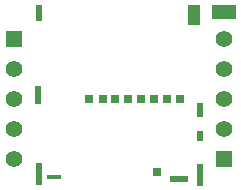
<source format=gts>
G04 (created by PCBNEW (2013-june-11)-stable) date Sat 02 Aug 2014 12:41:53 PM PDT*
%MOIN*%
G04 Gerber Fmt 3.4, Leading zero omitted, Abs format*
%FSLAX34Y34*%
G01*
G70*
G90*
G04 APERTURE LIST*
%ADD10C,0.00590551*%
%ADD11R,0.0251968X0.0275591*%
%ADD12R,0.0610236X0.0216535*%
%ADD13R,0.0275591X0.0275591*%
%ADD14R,0.0224409X0.0570866*%
%ADD15R,0.0204724X0.0649606*%
%ADD16R,0.0224409X0.0771654*%
%ADD17R,0.0511811X0.0177165*%
%ADD18R,0.0224409X0.0728346*%
%ADD19R,0.0204724X0.0322835*%
%ADD20R,0.0204724X0.0452756*%
%ADD21R,0.0397638X0.0669291*%
%ADD22R,0.0787402X0.0472441*%
%ADD23R,0.055X0.055*%
%ADD24C,0.055*%
G04 APERTURE END LIST*
G54D10*
G54D11*
X108516Y-43479D03*
X108950Y-43479D03*
X109383Y-43479D03*
X109816Y-43479D03*
X110249Y-43479D03*
X110682Y-43479D03*
X111115Y-43479D03*
X111548Y-43479D03*
G54D12*
X111507Y-46147D03*
G54D13*
X110761Y-45920D03*
G54D14*
X106818Y-40635D03*
G54D15*
X106808Y-43361D03*
G54D16*
X106818Y-45987D03*
G54D17*
X107324Y-46100D03*
G54D18*
X112192Y-46009D03*
G54D19*
X112201Y-44716D03*
G54D20*
X112201Y-43846D03*
G54D21*
X111995Y-40684D03*
G54D22*
X113000Y-40600D03*
G54D23*
X106000Y-41500D03*
G54D24*
X106000Y-42500D03*
X106000Y-43500D03*
X106000Y-44500D03*
X106000Y-45500D03*
G54D23*
X113000Y-45500D03*
G54D24*
X113000Y-44500D03*
X113000Y-43500D03*
X113000Y-42500D03*
X113000Y-41500D03*
M02*

</source>
